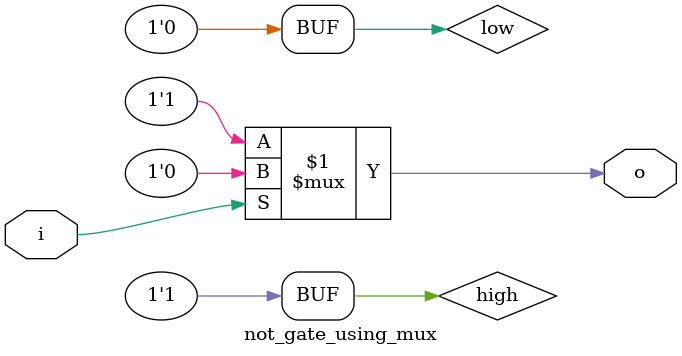
<source format=sv>

module mux
(
  input  d0, d1,
  input  sel,
  output y
);

  assign y = sel ? d1 : d0;

endmodule

//----------------------------------------------------------------------------
// Task
//----------------------------------------------------------------------------

module not_gate_using_mux
(
    input  i,
    output o
);

  // Task:
  // Implement not gate using instance(s) of mux,
  // constants 0 and 1, and wire connections
  wire low = 1'b0;
  wire high = 1'b1;

  assign o = i ? low : high;

endmodule

</source>
